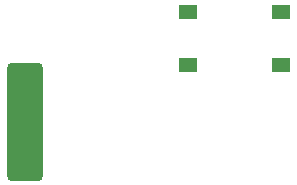
<source format=gbr>
%TF.GenerationSoftware,KiCad,Pcbnew,8.0.4-8.0.4-0~ubuntu22.04.1*%
%TF.CreationDate,2024-08-24T01:42:33-03:00*%
%TF.ProjectId,Anteres-Receiver,416e7465-7265-4732-9d52-656365697665,1.0.1*%
%TF.SameCoordinates,Original*%
%TF.FileFunction,Paste,Bot*%
%TF.FilePolarity,Positive*%
%FSLAX46Y46*%
G04 Gerber Fmt 4.6, Leading zero omitted, Abs format (unit mm)*
G04 Created by KiCad (PCBNEW 8.0.4-8.0.4-0~ubuntu22.04.1) date 2024-08-24 01:42:33*
%MOMM*%
%LPD*%
G01*
G04 APERTURE LIST*
G04 Aperture macros list*
%AMRoundRect*
0 Rectangle with rounded corners*
0 $1 Rounding radius*
0 $2 $3 $4 $5 $6 $7 $8 $9 X,Y pos of 4 corners*
0 Add a 4 corners polygon primitive as box body*
4,1,4,$2,$3,$4,$5,$6,$7,$8,$9,$2,$3,0*
0 Add four circle primitives for the rounded corners*
1,1,$1+$1,$2,$3*
1,1,$1+$1,$4,$5*
1,1,$1+$1,$6,$7*
1,1,$1+$1,$8,$9*
0 Add four rect primitives between the rounded corners*
20,1,$1+$1,$2,$3,$4,$5,0*
20,1,$1+$1,$4,$5,$6,$7,0*
20,1,$1+$1,$6,$7,$8,$9,0*
20,1,$1+$1,$8,$9,$2,$3,0*%
G04 Aperture macros list end*
%ADD10RoundRect,0.375000X1.125000X-4.625000X1.125000X4.625000X-1.125000X4.625000X-1.125000X-4.625000X0*%
%ADD11R,1.550000X1.300000*%
G04 APERTURE END LIST*
D10*
%TO.C,J301*%
X142250000Y-100000000D03*
%TD*%
D11*
%TO.C,SW201*%
X163975000Y-90750000D03*
X156025000Y-90750000D03*
X163975000Y-95250000D03*
X156025000Y-95250000D03*
%TD*%
M02*

</source>
